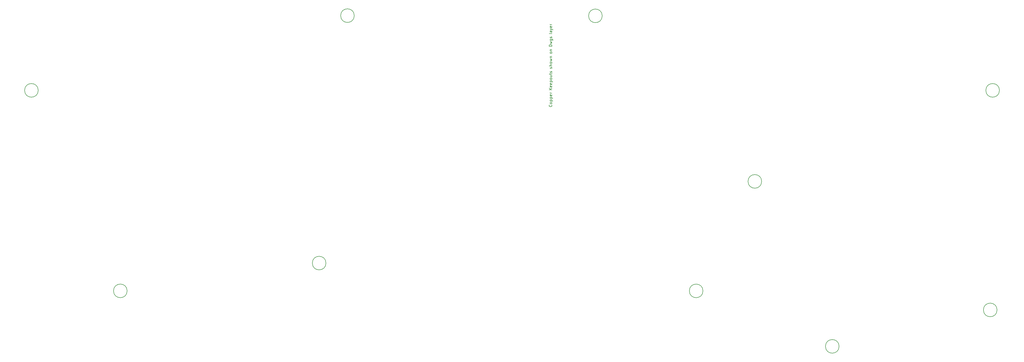
<source format=gbr>
%TF.GenerationSoftware,KiCad,Pcbnew,(7.0.0-rc2-153-g7d6218acb4)*%
%TF.CreationDate,2023-02-19T18:31:40+05:30*%
%TF.ProjectId,ncr-pcb,6e63722d-7063-4622-9e6b-696361645f70,rev?*%
%TF.SameCoordinates,Original*%
%TF.FileFunction,Other,Comment*%
%FSLAX46Y46*%
G04 Gerber Fmt 4.6, Leading zero omitted, Abs format (unit mm)*
G04 Created by KiCad (PCBNEW (7.0.0-rc2-153-g7d6218acb4)) date 2023-02-19 18:31:40*
%MOMM*%
%LPD*%
G01*
G04 APERTURE LIST*
%ADD10C,0.150000*%
G04 APERTURE END LIST*
D10*
%TO.C,U1*%
X189222142Y-40482740D02*
X189269761Y-40530359D01*
X189269761Y-40530359D02*
X189317380Y-40673216D01*
X189317380Y-40673216D02*
X189317380Y-40768454D01*
X189317380Y-40768454D02*
X189269761Y-40911311D01*
X189269761Y-40911311D02*
X189174523Y-41006549D01*
X189174523Y-41006549D02*
X189079285Y-41054168D01*
X189079285Y-41054168D02*
X188888809Y-41101787D01*
X188888809Y-41101787D02*
X188745952Y-41101787D01*
X188745952Y-41101787D02*
X188555476Y-41054168D01*
X188555476Y-41054168D02*
X188460238Y-41006549D01*
X188460238Y-41006549D02*
X188365000Y-40911311D01*
X188365000Y-40911311D02*
X188317380Y-40768454D01*
X188317380Y-40768454D02*
X188317380Y-40673216D01*
X188317380Y-40673216D02*
X188365000Y-40530359D01*
X188365000Y-40530359D02*
X188412619Y-40482740D01*
X189317380Y-39911311D02*
X189269761Y-40006549D01*
X189269761Y-40006549D02*
X189222142Y-40054168D01*
X189222142Y-40054168D02*
X189126904Y-40101787D01*
X189126904Y-40101787D02*
X188841190Y-40101787D01*
X188841190Y-40101787D02*
X188745952Y-40054168D01*
X188745952Y-40054168D02*
X188698333Y-40006549D01*
X188698333Y-40006549D02*
X188650714Y-39911311D01*
X188650714Y-39911311D02*
X188650714Y-39768454D01*
X188650714Y-39768454D02*
X188698333Y-39673216D01*
X188698333Y-39673216D02*
X188745952Y-39625597D01*
X188745952Y-39625597D02*
X188841190Y-39577978D01*
X188841190Y-39577978D02*
X189126904Y-39577978D01*
X189126904Y-39577978D02*
X189222142Y-39625597D01*
X189222142Y-39625597D02*
X189269761Y-39673216D01*
X189269761Y-39673216D02*
X189317380Y-39768454D01*
X189317380Y-39768454D02*
X189317380Y-39911311D01*
X188650714Y-39149406D02*
X189650714Y-39149406D01*
X188698333Y-39149406D02*
X188650714Y-39054168D01*
X188650714Y-39054168D02*
X188650714Y-38863692D01*
X188650714Y-38863692D02*
X188698333Y-38768454D01*
X188698333Y-38768454D02*
X188745952Y-38720835D01*
X188745952Y-38720835D02*
X188841190Y-38673216D01*
X188841190Y-38673216D02*
X189126904Y-38673216D01*
X189126904Y-38673216D02*
X189222142Y-38720835D01*
X189222142Y-38720835D02*
X189269761Y-38768454D01*
X189269761Y-38768454D02*
X189317380Y-38863692D01*
X189317380Y-38863692D02*
X189317380Y-39054168D01*
X189317380Y-39054168D02*
X189269761Y-39149406D01*
X188650714Y-38244644D02*
X189650714Y-38244644D01*
X188698333Y-38244644D02*
X188650714Y-38149406D01*
X188650714Y-38149406D02*
X188650714Y-37958930D01*
X188650714Y-37958930D02*
X188698333Y-37863692D01*
X188698333Y-37863692D02*
X188745952Y-37816073D01*
X188745952Y-37816073D02*
X188841190Y-37768454D01*
X188841190Y-37768454D02*
X189126904Y-37768454D01*
X189126904Y-37768454D02*
X189222142Y-37816073D01*
X189222142Y-37816073D02*
X189269761Y-37863692D01*
X189269761Y-37863692D02*
X189317380Y-37958930D01*
X189317380Y-37958930D02*
X189317380Y-38149406D01*
X189317380Y-38149406D02*
X189269761Y-38244644D01*
X189269761Y-36958930D02*
X189317380Y-37054168D01*
X189317380Y-37054168D02*
X189317380Y-37244644D01*
X189317380Y-37244644D02*
X189269761Y-37339882D01*
X189269761Y-37339882D02*
X189174523Y-37387501D01*
X189174523Y-37387501D02*
X188793571Y-37387501D01*
X188793571Y-37387501D02*
X188698333Y-37339882D01*
X188698333Y-37339882D02*
X188650714Y-37244644D01*
X188650714Y-37244644D02*
X188650714Y-37054168D01*
X188650714Y-37054168D02*
X188698333Y-36958930D01*
X188698333Y-36958930D02*
X188793571Y-36911311D01*
X188793571Y-36911311D02*
X188888809Y-36911311D01*
X188888809Y-36911311D02*
X188984047Y-37387501D01*
X189317380Y-36482739D02*
X188650714Y-36482739D01*
X188841190Y-36482739D02*
X188745952Y-36435120D01*
X188745952Y-36435120D02*
X188698333Y-36387501D01*
X188698333Y-36387501D02*
X188650714Y-36292263D01*
X188650714Y-36292263D02*
X188650714Y-36197025D01*
X189317380Y-35263691D02*
X188317380Y-35263691D01*
X189317380Y-34692263D02*
X188745952Y-35120834D01*
X188317380Y-34692263D02*
X188888809Y-35263691D01*
X189269761Y-33882739D02*
X189317380Y-33977977D01*
X189317380Y-33977977D02*
X189317380Y-34168453D01*
X189317380Y-34168453D02*
X189269761Y-34263691D01*
X189269761Y-34263691D02*
X189174523Y-34311310D01*
X189174523Y-34311310D02*
X188793571Y-34311310D01*
X188793571Y-34311310D02*
X188698333Y-34263691D01*
X188698333Y-34263691D02*
X188650714Y-34168453D01*
X188650714Y-34168453D02*
X188650714Y-33977977D01*
X188650714Y-33977977D02*
X188698333Y-33882739D01*
X188698333Y-33882739D02*
X188793571Y-33835120D01*
X188793571Y-33835120D02*
X188888809Y-33835120D01*
X188888809Y-33835120D02*
X188984047Y-34311310D01*
X189269761Y-33025596D02*
X189317380Y-33120834D01*
X189317380Y-33120834D02*
X189317380Y-33311310D01*
X189317380Y-33311310D02*
X189269761Y-33406548D01*
X189269761Y-33406548D02*
X189174523Y-33454167D01*
X189174523Y-33454167D02*
X188793571Y-33454167D01*
X188793571Y-33454167D02*
X188698333Y-33406548D01*
X188698333Y-33406548D02*
X188650714Y-33311310D01*
X188650714Y-33311310D02*
X188650714Y-33120834D01*
X188650714Y-33120834D02*
X188698333Y-33025596D01*
X188698333Y-33025596D02*
X188793571Y-32977977D01*
X188793571Y-32977977D02*
X188888809Y-32977977D01*
X188888809Y-32977977D02*
X188984047Y-33454167D01*
X188650714Y-32549405D02*
X189650714Y-32549405D01*
X188698333Y-32549405D02*
X188650714Y-32454167D01*
X188650714Y-32454167D02*
X188650714Y-32263691D01*
X188650714Y-32263691D02*
X188698333Y-32168453D01*
X188698333Y-32168453D02*
X188745952Y-32120834D01*
X188745952Y-32120834D02*
X188841190Y-32073215D01*
X188841190Y-32073215D02*
X189126904Y-32073215D01*
X189126904Y-32073215D02*
X189222142Y-32120834D01*
X189222142Y-32120834D02*
X189269761Y-32168453D01*
X189269761Y-32168453D02*
X189317380Y-32263691D01*
X189317380Y-32263691D02*
X189317380Y-32454167D01*
X189317380Y-32454167D02*
X189269761Y-32549405D01*
X189317380Y-31501786D02*
X189269761Y-31597024D01*
X189269761Y-31597024D02*
X189222142Y-31644643D01*
X189222142Y-31644643D02*
X189126904Y-31692262D01*
X189126904Y-31692262D02*
X188841190Y-31692262D01*
X188841190Y-31692262D02*
X188745952Y-31644643D01*
X188745952Y-31644643D02*
X188698333Y-31597024D01*
X188698333Y-31597024D02*
X188650714Y-31501786D01*
X188650714Y-31501786D02*
X188650714Y-31358929D01*
X188650714Y-31358929D02*
X188698333Y-31263691D01*
X188698333Y-31263691D02*
X188745952Y-31216072D01*
X188745952Y-31216072D02*
X188841190Y-31168453D01*
X188841190Y-31168453D02*
X189126904Y-31168453D01*
X189126904Y-31168453D02*
X189222142Y-31216072D01*
X189222142Y-31216072D02*
X189269761Y-31263691D01*
X189269761Y-31263691D02*
X189317380Y-31358929D01*
X189317380Y-31358929D02*
X189317380Y-31501786D01*
X188650714Y-30311310D02*
X189317380Y-30311310D01*
X188650714Y-30739881D02*
X189174523Y-30739881D01*
X189174523Y-30739881D02*
X189269761Y-30692262D01*
X189269761Y-30692262D02*
X189317380Y-30597024D01*
X189317380Y-30597024D02*
X189317380Y-30454167D01*
X189317380Y-30454167D02*
X189269761Y-30358929D01*
X189269761Y-30358929D02*
X189222142Y-30311310D01*
X188650714Y-29977976D02*
X188650714Y-29597024D01*
X188317380Y-29835119D02*
X189174523Y-29835119D01*
X189174523Y-29835119D02*
X189269761Y-29787500D01*
X189269761Y-29787500D02*
X189317380Y-29692262D01*
X189317380Y-29692262D02*
X189317380Y-29597024D01*
X189269761Y-29311309D02*
X189317380Y-29216071D01*
X189317380Y-29216071D02*
X189317380Y-29025595D01*
X189317380Y-29025595D02*
X189269761Y-28930357D01*
X189269761Y-28930357D02*
X189174523Y-28882738D01*
X189174523Y-28882738D02*
X189126904Y-28882738D01*
X189126904Y-28882738D02*
X189031666Y-28930357D01*
X189031666Y-28930357D02*
X188984047Y-29025595D01*
X188984047Y-29025595D02*
X188984047Y-29168452D01*
X188984047Y-29168452D02*
X188936428Y-29263690D01*
X188936428Y-29263690D02*
X188841190Y-29311309D01*
X188841190Y-29311309D02*
X188793571Y-29311309D01*
X188793571Y-29311309D02*
X188698333Y-29263690D01*
X188698333Y-29263690D02*
X188650714Y-29168452D01*
X188650714Y-29168452D02*
X188650714Y-29025595D01*
X188650714Y-29025595D02*
X188698333Y-28930357D01*
X189269761Y-27901785D02*
X189317380Y-27806547D01*
X189317380Y-27806547D02*
X189317380Y-27616071D01*
X189317380Y-27616071D02*
X189269761Y-27520833D01*
X189269761Y-27520833D02*
X189174523Y-27473214D01*
X189174523Y-27473214D02*
X189126904Y-27473214D01*
X189126904Y-27473214D02*
X189031666Y-27520833D01*
X189031666Y-27520833D02*
X188984047Y-27616071D01*
X188984047Y-27616071D02*
X188984047Y-27758928D01*
X188984047Y-27758928D02*
X188936428Y-27854166D01*
X188936428Y-27854166D02*
X188841190Y-27901785D01*
X188841190Y-27901785D02*
X188793571Y-27901785D01*
X188793571Y-27901785D02*
X188698333Y-27854166D01*
X188698333Y-27854166D02*
X188650714Y-27758928D01*
X188650714Y-27758928D02*
X188650714Y-27616071D01*
X188650714Y-27616071D02*
X188698333Y-27520833D01*
X189317380Y-27044642D02*
X188317380Y-27044642D01*
X189317380Y-26616071D02*
X188793571Y-26616071D01*
X188793571Y-26616071D02*
X188698333Y-26663690D01*
X188698333Y-26663690D02*
X188650714Y-26758928D01*
X188650714Y-26758928D02*
X188650714Y-26901785D01*
X188650714Y-26901785D02*
X188698333Y-26997023D01*
X188698333Y-26997023D02*
X188745952Y-27044642D01*
X189317380Y-25997023D02*
X189269761Y-26092261D01*
X189269761Y-26092261D02*
X189222142Y-26139880D01*
X189222142Y-26139880D02*
X189126904Y-26187499D01*
X189126904Y-26187499D02*
X188841190Y-26187499D01*
X188841190Y-26187499D02*
X188745952Y-26139880D01*
X188745952Y-26139880D02*
X188698333Y-26092261D01*
X188698333Y-26092261D02*
X188650714Y-25997023D01*
X188650714Y-25997023D02*
X188650714Y-25854166D01*
X188650714Y-25854166D02*
X188698333Y-25758928D01*
X188698333Y-25758928D02*
X188745952Y-25711309D01*
X188745952Y-25711309D02*
X188841190Y-25663690D01*
X188841190Y-25663690D02*
X189126904Y-25663690D01*
X189126904Y-25663690D02*
X189222142Y-25711309D01*
X189222142Y-25711309D02*
X189269761Y-25758928D01*
X189269761Y-25758928D02*
X189317380Y-25854166D01*
X189317380Y-25854166D02*
X189317380Y-25997023D01*
X188650714Y-25330356D02*
X189317380Y-25139880D01*
X189317380Y-25139880D02*
X188841190Y-24949404D01*
X188841190Y-24949404D02*
X189317380Y-24758928D01*
X189317380Y-24758928D02*
X188650714Y-24568452D01*
X188650714Y-24187499D02*
X189317380Y-24187499D01*
X188745952Y-24187499D02*
X188698333Y-24139880D01*
X188698333Y-24139880D02*
X188650714Y-24044642D01*
X188650714Y-24044642D02*
X188650714Y-23901785D01*
X188650714Y-23901785D02*
X188698333Y-23806547D01*
X188698333Y-23806547D02*
X188793571Y-23758928D01*
X188793571Y-23758928D02*
X189317380Y-23758928D01*
X189317380Y-22539880D02*
X189269761Y-22635118D01*
X189269761Y-22635118D02*
X189222142Y-22682737D01*
X189222142Y-22682737D02*
X189126904Y-22730356D01*
X189126904Y-22730356D02*
X188841190Y-22730356D01*
X188841190Y-22730356D02*
X188745952Y-22682737D01*
X188745952Y-22682737D02*
X188698333Y-22635118D01*
X188698333Y-22635118D02*
X188650714Y-22539880D01*
X188650714Y-22539880D02*
X188650714Y-22397023D01*
X188650714Y-22397023D02*
X188698333Y-22301785D01*
X188698333Y-22301785D02*
X188745952Y-22254166D01*
X188745952Y-22254166D02*
X188841190Y-22206547D01*
X188841190Y-22206547D02*
X189126904Y-22206547D01*
X189126904Y-22206547D02*
X189222142Y-22254166D01*
X189222142Y-22254166D02*
X189269761Y-22301785D01*
X189269761Y-22301785D02*
X189317380Y-22397023D01*
X189317380Y-22397023D02*
X189317380Y-22539880D01*
X188650714Y-21777975D02*
X189317380Y-21777975D01*
X188745952Y-21777975D02*
X188698333Y-21730356D01*
X188698333Y-21730356D02*
X188650714Y-21635118D01*
X188650714Y-21635118D02*
X188650714Y-21492261D01*
X188650714Y-21492261D02*
X188698333Y-21397023D01*
X188698333Y-21397023D02*
X188793571Y-21349404D01*
X188793571Y-21349404D02*
X189317380Y-21349404D01*
X189317380Y-20273213D02*
X188317380Y-20273213D01*
X188317380Y-20273213D02*
X188317380Y-20035118D01*
X188317380Y-20035118D02*
X188365000Y-19892261D01*
X188365000Y-19892261D02*
X188460238Y-19797023D01*
X188460238Y-19797023D02*
X188555476Y-19749404D01*
X188555476Y-19749404D02*
X188745952Y-19701785D01*
X188745952Y-19701785D02*
X188888809Y-19701785D01*
X188888809Y-19701785D02*
X189079285Y-19749404D01*
X189079285Y-19749404D02*
X189174523Y-19797023D01*
X189174523Y-19797023D02*
X189269761Y-19892261D01*
X189269761Y-19892261D02*
X189317380Y-20035118D01*
X189317380Y-20035118D02*
X189317380Y-20273213D01*
X188650714Y-19368451D02*
X189317380Y-19177975D01*
X189317380Y-19177975D02*
X188841190Y-18987499D01*
X188841190Y-18987499D02*
X189317380Y-18797023D01*
X189317380Y-18797023D02*
X188650714Y-18606547D01*
X188650714Y-17797023D02*
X189460238Y-17797023D01*
X189460238Y-17797023D02*
X189555476Y-17844642D01*
X189555476Y-17844642D02*
X189603095Y-17892261D01*
X189603095Y-17892261D02*
X189650714Y-17987499D01*
X189650714Y-17987499D02*
X189650714Y-18130356D01*
X189650714Y-18130356D02*
X189603095Y-18225594D01*
X189269761Y-17797023D02*
X189317380Y-17892261D01*
X189317380Y-17892261D02*
X189317380Y-18082737D01*
X189317380Y-18082737D02*
X189269761Y-18177975D01*
X189269761Y-18177975D02*
X189222142Y-18225594D01*
X189222142Y-18225594D02*
X189126904Y-18273213D01*
X189126904Y-18273213D02*
X188841190Y-18273213D01*
X188841190Y-18273213D02*
X188745952Y-18225594D01*
X188745952Y-18225594D02*
X188698333Y-18177975D01*
X188698333Y-18177975D02*
X188650714Y-18082737D01*
X188650714Y-18082737D02*
X188650714Y-17892261D01*
X188650714Y-17892261D02*
X188698333Y-17797023D01*
X189269761Y-17368451D02*
X189317380Y-17273213D01*
X189317380Y-17273213D02*
X189317380Y-17082737D01*
X189317380Y-17082737D02*
X189269761Y-16987499D01*
X189269761Y-16987499D02*
X189174523Y-16939880D01*
X189174523Y-16939880D02*
X189126904Y-16939880D01*
X189126904Y-16939880D02*
X189031666Y-16987499D01*
X189031666Y-16987499D02*
X188984047Y-17082737D01*
X188984047Y-17082737D02*
X188984047Y-17225594D01*
X188984047Y-17225594D02*
X188936428Y-17320832D01*
X188936428Y-17320832D02*
X188841190Y-17368451D01*
X188841190Y-17368451D02*
X188793571Y-17368451D01*
X188793571Y-17368451D02*
X188698333Y-17320832D01*
X188698333Y-17320832D02*
X188650714Y-17225594D01*
X188650714Y-17225594D02*
X188650714Y-17082737D01*
X188650714Y-17082737D02*
X188698333Y-16987499D01*
X189317380Y-15768451D02*
X189269761Y-15863689D01*
X189269761Y-15863689D02*
X189174523Y-15911308D01*
X189174523Y-15911308D02*
X188317380Y-15911308D01*
X189317380Y-14958927D02*
X188793571Y-14958927D01*
X188793571Y-14958927D02*
X188698333Y-15006546D01*
X188698333Y-15006546D02*
X188650714Y-15101784D01*
X188650714Y-15101784D02*
X188650714Y-15292260D01*
X188650714Y-15292260D02*
X188698333Y-15387498D01*
X189269761Y-14958927D02*
X189317380Y-15054165D01*
X189317380Y-15054165D02*
X189317380Y-15292260D01*
X189317380Y-15292260D02*
X189269761Y-15387498D01*
X189269761Y-15387498D02*
X189174523Y-15435117D01*
X189174523Y-15435117D02*
X189079285Y-15435117D01*
X189079285Y-15435117D02*
X188984047Y-15387498D01*
X188984047Y-15387498D02*
X188936428Y-15292260D01*
X188936428Y-15292260D02*
X188936428Y-15054165D01*
X188936428Y-15054165D02*
X188888809Y-14958927D01*
X188650714Y-14577974D02*
X189317380Y-14339879D01*
X188650714Y-14101784D02*
X189317380Y-14339879D01*
X189317380Y-14339879D02*
X189555476Y-14435117D01*
X189555476Y-14435117D02*
X189603095Y-14482736D01*
X189603095Y-14482736D02*
X189650714Y-14577974D01*
X189269761Y-13339879D02*
X189317380Y-13435117D01*
X189317380Y-13435117D02*
X189317380Y-13625593D01*
X189317380Y-13625593D02*
X189269761Y-13720831D01*
X189269761Y-13720831D02*
X189174523Y-13768450D01*
X189174523Y-13768450D02*
X188793571Y-13768450D01*
X188793571Y-13768450D02*
X188698333Y-13720831D01*
X188698333Y-13720831D02*
X188650714Y-13625593D01*
X188650714Y-13625593D02*
X188650714Y-13435117D01*
X188650714Y-13435117D02*
X188698333Y-13339879D01*
X188698333Y-13339879D02*
X188793571Y-13292260D01*
X188793571Y-13292260D02*
X188888809Y-13292260D01*
X188888809Y-13292260D02*
X188984047Y-13768450D01*
X189317380Y-12863688D02*
X188650714Y-12863688D01*
X188841190Y-12863688D02*
X188745952Y-12816069D01*
X188745952Y-12816069D02*
X188698333Y-12768450D01*
X188698333Y-12768450D02*
X188650714Y-12673212D01*
X188650714Y-12673212D02*
X188650714Y-12577974D01*
%TO.C,H10*%
X342874000Y-111266989D02*
G75*
G03*
X342874000Y-111266989I-2350000J0D01*
G01*
%TO.C,H9*%
X288374000Y-123842496D02*
G75*
G03*
X288374000Y-123842496I-2350000J0D01*
G01*
%TO.C,H8*%
X241409714Y-104692493D02*
G75*
G03*
X241409714Y-104692493I-2350000J0D01*
G01*
%TO.C,H7*%
X42724001Y-104692493D02*
G75*
G03*
X42724001Y-104692493I-2350000J0D01*
G01*
%TO.C,H6*%
X111324001Y-95092495D02*
G75*
G03*
X111324001Y-95092495I-2350000J0D01*
G01*
%TO.C,H5*%
X261648999Y-66892495D02*
G75*
G03*
X261648999Y-66892495I-2350000J0D01*
G01*
%TO.C,H4*%
X343699000Y-35467493D02*
G75*
G03*
X343699000Y-35467493I-2350000J0D01*
G01*
%TO.C,H3*%
X12049000Y-35467493D02*
G75*
G03*
X12049000Y-35467493I-2350000J0D01*
G01*
%TO.C,H2*%
X206643686Y-9743440D02*
G75*
G03*
X206643686Y-9743440I-2350000J0D01*
G01*
%TO.C,H1*%
X121093687Y-9668441D02*
G75*
G03*
X121093687Y-9668441I-2350000J0D01*
G01*
%TD*%
M02*

</source>
